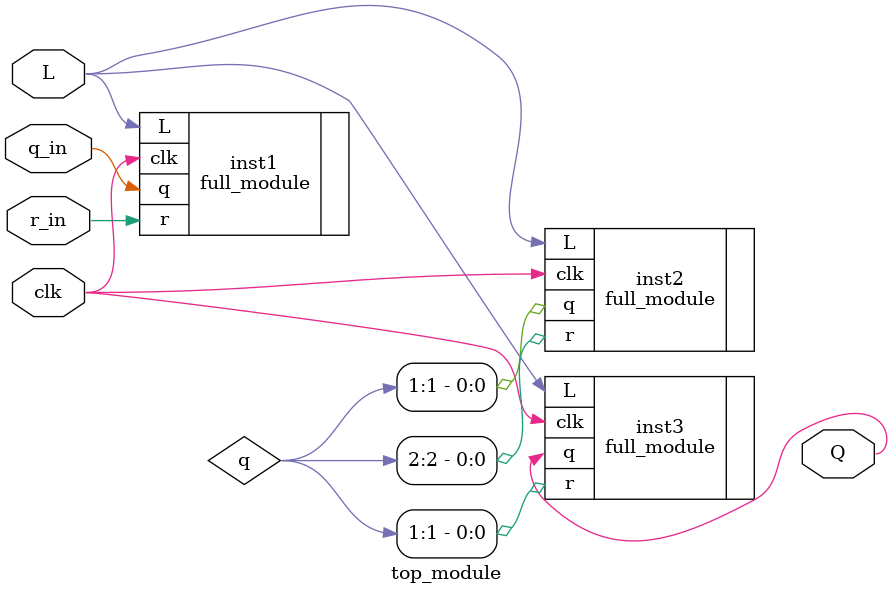
<source format=sv>
module top_module(
  input clk,
  input L,
  input q_in,
  input r_in,
  output reg Q
);

reg [2:0] r;
reg [2:0] q;

full_module inst1(
  .r(r_in),
  .L(L),
  .clk(clk),
  .q(q_in)
);

full_module inst2(
  .r(q[2]),
  .L(L),
  .clk(clk),
  .q(q[1])
);

full_module inst3(
  .r(q[1]),
  .L(L),
  .clk(clk),
  .q(Q)
);

always @(posedge clk) begin
  r <= {q[2], q[1], q_in};
end

endmodule

</source>
